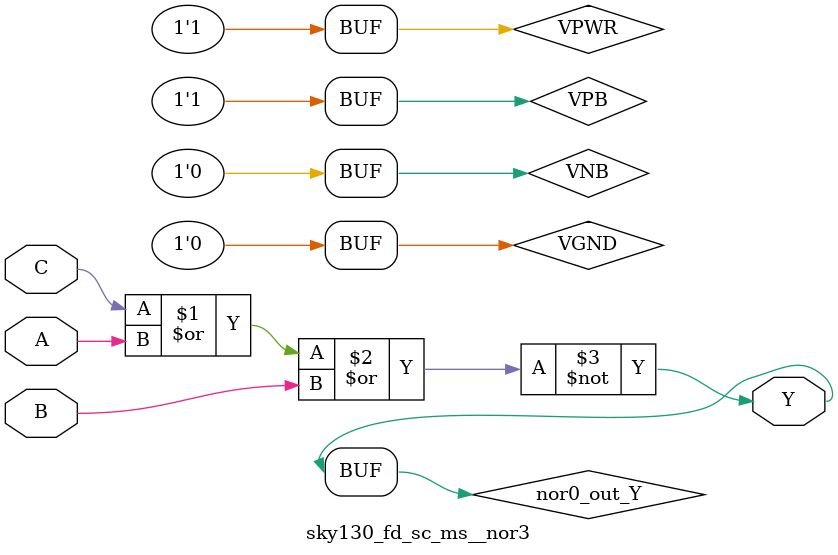
<source format=v>
/*
 * Copyright 2020 The SkyWater PDK Authors
 *
 * Licensed under the Apache License, Version 2.0 (the "License");
 * you may not use this file except in compliance with the License.
 * You may obtain a copy of the License at
 *
 *     https://www.apache.org/licenses/LICENSE-2.0
 *
 * Unless required by applicable law or agreed to in writing, software
 * distributed under the License is distributed on an "AS IS" BASIS,
 * WITHOUT WARRANTIES OR CONDITIONS OF ANY KIND, either express or implied.
 * See the License for the specific language governing permissions and
 * limitations under the License.
 *
 * SPDX-License-Identifier: Apache-2.0
*/


`ifndef SKY130_FD_SC_MS__NOR3_TIMING_V
`define SKY130_FD_SC_MS__NOR3_TIMING_V

/**
 * nor3: 3-input NOR.
 *
 *       Y = !(A | B | C | !D)
 *
 * Verilog simulation timing model.
 */

`timescale 1ns / 1ps
`default_nettype none

`celldefine
module sky130_fd_sc_ms__nor3 (
    Y,
    A,
    B,
    C
);

    // Module ports
    output Y;
    input  A;
    input  B;
    input  C;

    // Module supplies
    supply1 VPWR;
    supply0 VGND;
    supply1 VPB ;
    supply0 VNB ;

    // Local signals
    wire nor0_out_Y;

    //  Name  Output      Other arguments
    nor nor0 (nor0_out_Y, C, A, B        );
    buf buf0 (Y         , nor0_out_Y     );

endmodule
`endcelldefine

`default_nettype wire
`endif  // SKY130_FD_SC_MS__NOR3_TIMING_V

</source>
